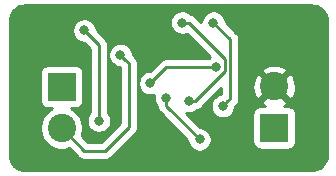
<source format=gbr>
G04 #@! TF.GenerationSoftware,KiCad,Pcbnew,(5.1.4)-1*
G04 #@! TF.CreationDate,2019-12-17T16:38:54-05:00*
G04 #@! TF.ProjectId,BJTPreamp,424a5450-7265-4616-9d70-2e6b69636164,rev?*
G04 #@! TF.SameCoordinates,Original*
G04 #@! TF.FileFunction,Copper,L2,Bot*
G04 #@! TF.FilePolarity,Positive*
%FSLAX46Y46*%
G04 Gerber Fmt 4.6, Leading zero omitted, Abs format (unit mm)*
G04 Created by KiCad (PCBNEW (5.1.4)-1) date 2019-12-17 16:38:54*
%MOMM*%
%LPD*%
G04 APERTURE LIST*
%ADD10R,2.400000X2.400000*%
%ADD11C,2.400000*%
%ADD12C,0.800000*%
%ADD13C,0.250000*%
%ADD14C,0.254000*%
G04 APERTURE END LIST*
D10*
X90865960Y-98541840D03*
D11*
X90865960Y-95041840D03*
X72872600Y-98567120D03*
D10*
X72872600Y-95067120D03*
D12*
X74790300Y-90297000D03*
X76022200Y-97942400D03*
X83083400Y-89636600D03*
X83616800Y-96291400D03*
X81699100Y-95986600D03*
X84556600Y-99529900D03*
X77856080Y-92374720D03*
X85725000Y-89636600D03*
X86512400Y-96710500D03*
X80378300Y-94767400D03*
X85979000Y-93408500D03*
D13*
X74790300Y-90297000D02*
X76022200Y-91528900D01*
X76022200Y-97376715D02*
X76022200Y-97942400D01*
X76022200Y-91528900D02*
X76022200Y-97376715D01*
X86704002Y-92691517D02*
X86704002Y-93769883D01*
X84182485Y-96291400D02*
X83616800Y-96291400D01*
X83083400Y-89636600D02*
X83649085Y-89636600D01*
X83649085Y-89636600D02*
X86704002Y-92691517D01*
X86704002Y-93769883D02*
X84182485Y-96291400D01*
X81699100Y-96672400D02*
X84556600Y-99529900D01*
X81699100Y-95986600D02*
X81699100Y-96672400D01*
X78256079Y-92774719D02*
X77856080Y-92374720D01*
X78565841Y-93084481D02*
X78256079Y-92774719D01*
X78565841Y-98484859D02*
X78565841Y-93084481D01*
X76555600Y-100495100D02*
X78565841Y-98484859D01*
X72872600Y-98567120D02*
X74800580Y-100495100D01*
X74800580Y-100495100D02*
X76555600Y-100495100D01*
X87154013Y-96068887D02*
X86912399Y-96310501D01*
X85725000Y-89636600D02*
X87154013Y-91065613D01*
X87154013Y-91065613D02*
X87154013Y-96068887D01*
X86912399Y-96310501D02*
X86512400Y-96710500D01*
X81737200Y-93408500D02*
X80378300Y-94767400D01*
X85979000Y-93408500D02*
X81737200Y-93408500D01*
D14*
G36*
X94259659Y-88188625D02*
G01*
X94509429Y-88264035D01*
X94739792Y-88386522D01*
X94941980Y-88551422D01*
X95108286Y-88752450D01*
X95232378Y-88981954D01*
X95309531Y-89231195D01*
X95340001Y-89521098D01*
X95340000Y-100767721D01*
X95311375Y-101059660D01*
X95235965Y-101309429D01*
X95113477Y-101539794D01*
X94948579Y-101741979D01*
X94747546Y-101908288D01*
X94518046Y-102032378D01*
X94268805Y-102109531D01*
X93978911Y-102140000D01*
X69832279Y-102140000D01*
X69540340Y-102111375D01*
X69290571Y-102035965D01*
X69060206Y-101913477D01*
X68858021Y-101748579D01*
X68691712Y-101547546D01*
X68567622Y-101318046D01*
X68490469Y-101068805D01*
X68460000Y-100778911D01*
X68460000Y-93867120D01*
X71034528Y-93867120D01*
X71034528Y-96267120D01*
X71046788Y-96391602D01*
X71083098Y-96511300D01*
X71142063Y-96621614D01*
X71221415Y-96718305D01*
X71318106Y-96797657D01*
X71428420Y-96856622D01*
X71548118Y-96892932D01*
X71672600Y-96905192D01*
X72089762Y-96905192D01*
X72003401Y-96940964D01*
X71702856Y-97141782D01*
X71447262Y-97397376D01*
X71246444Y-97697921D01*
X71108118Y-98031870D01*
X71037600Y-98386388D01*
X71037600Y-98747852D01*
X71108118Y-99102370D01*
X71246444Y-99436319D01*
X71447262Y-99736864D01*
X71702856Y-99992458D01*
X72003401Y-100193276D01*
X72337350Y-100331602D01*
X72691868Y-100402120D01*
X73053332Y-100402120D01*
X73407850Y-100331602D01*
X73517048Y-100286371D01*
X74236785Y-101006108D01*
X74260579Y-101035101D01*
X74289572Y-101058895D01*
X74289576Y-101058899D01*
X74305338Y-101071834D01*
X74376304Y-101130074D01*
X74508333Y-101200646D01*
X74651594Y-101244103D01*
X74763247Y-101255100D01*
X74763256Y-101255100D01*
X74800579Y-101258776D01*
X74837902Y-101255100D01*
X76518278Y-101255100D01*
X76555600Y-101258776D01*
X76592922Y-101255100D01*
X76592933Y-101255100D01*
X76704586Y-101244103D01*
X76847847Y-101200646D01*
X76979876Y-101130074D01*
X77095601Y-101035101D01*
X77119404Y-101006097D01*
X79076845Y-99048657D01*
X79105842Y-99024860D01*
X79133305Y-98991396D01*
X79200815Y-98909136D01*
X79271387Y-98777106D01*
X79280261Y-98747852D01*
X79314844Y-98633845D01*
X79325841Y-98522192D01*
X79325841Y-98522183D01*
X79329517Y-98484860D01*
X79325841Y-98447537D01*
X79325841Y-94665461D01*
X79343300Y-94665461D01*
X79343300Y-94869339D01*
X79383074Y-95069298D01*
X79461095Y-95257656D01*
X79574363Y-95427174D01*
X79718526Y-95571337D01*
X79888044Y-95684605D01*
X80076402Y-95762626D01*
X80276361Y-95802400D01*
X80480239Y-95802400D01*
X80680198Y-95762626D01*
X80689108Y-95758935D01*
X80664100Y-95884661D01*
X80664100Y-96088539D01*
X80703874Y-96288498D01*
X80781895Y-96476856D01*
X80895163Y-96646374D01*
X80936979Y-96688190D01*
X80939100Y-96709722D01*
X80939100Y-96709733D01*
X80950097Y-96821386D01*
X80976189Y-96907400D01*
X80993554Y-96964646D01*
X81064126Y-97096676D01*
X81135301Y-97183402D01*
X81159100Y-97212401D01*
X81188098Y-97236199D01*
X83521600Y-99569702D01*
X83521600Y-99631839D01*
X83561374Y-99831798D01*
X83639395Y-100020156D01*
X83752663Y-100189674D01*
X83896826Y-100333837D01*
X84066344Y-100447105D01*
X84254702Y-100525126D01*
X84454661Y-100564900D01*
X84658539Y-100564900D01*
X84858498Y-100525126D01*
X85046856Y-100447105D01*
X85216374Y-100333837D01*
X85360537Y-100189674D01*
X85473805Y-100020156D01*
X85551826Y-99831798D01*
X85591600Y-99631839D01*
X85591600Y-99427961D01*
X85551826Y-99228002D01*
X85473805Y-99039644D01*
X85360537Y-98870126D01*
X85216374Y-98725963D01*
X85046856Y-98612695D01*
X84858498Y-98534674D01*
X84658539Y-98494900D01*
X84596402Y-98494900D01*
X83406309Y-97304808D01*
X83514861Y-97326400D01*
X83718739Y-97326400D01*
X83918698Y-97286626D01*
X84107056Y-97208605D01*
X84276574Y-97095337D01*
X84331524Y-97040387D01*
X84474732Y-96996946D01*
X84606761Y-96926374D01*
X84722486Y-96831401D01*
X84746289Y-96802397D01*
X86394014Y-95154673D01*
X86394014Y-95678772D01*
X86210502Y-95715274D01*
X86022144Y-95793295D01*
X85852626Y-95906563D01*
X85708463Y-96050726D01*
X85595195Y-96220244D01*
X85517174Y-96408602D01*
X85477400Y-96608561D01*
X85477400Y-96812439D01*
X85517174Y-97012398D01*
X85595195Y-97200756D01*
X85708463Y-97370274D01*
X85852626Y-97514437D01*
X86022144Y-97627705D01*
X86210502Y-97705726D01*
X86410461Y-97745500D01*
X86614339Y-97745500D01*
X86814298Y-97705726D01*
X87002656Y-97627705D01*
X87172174Y-97514437D01*
X87316337Y-97370274D01*
X87335335Y-97341840D01*
X89027888Y-97341840D01*
X89027888Y-99741840D01*
X89040148Y-99866322D01*
X89076458Y-99986020D01*
X89135423Y-100096334D01*
X89214775Y-100193025D01*
X89311466Y-100272377D01*
X89421780Y-100331342D01*
X89541478Y-100367652D01*
X89665960Y-100379912D01*
X92065960Y-100379912D01*
X92190442Y-100367652D01*
X92310140Y-100331342D01*
X92420454Y-100272377D01*
X92517145Y-100193025D01*
X92596497Y-100096334D01*
X92655462Y-99986020D01*
X92691772Y-99866322D01*
X92704032Y-99741840D01*
X92704032Y-97341840D01*
X92691772Y-97217358D01*
X92655462Y-97097660D01*
X92596497Y-96987346D01*
X92517145Y-96890655D01*
X92420454Y-96811303D01*
X92310140Y-96752338D01*
X92190442Y-96716028D01*
X92065960Y-96703768D01*
X91659057Y-96703768D01*
X91844446Y-96604676D01*
X91964334Y-96319820D01*
X90865960Y-95221445D01*
X89767586Y-96319820D01*
X89887474Y-96604676D01*
X90086872Y-96703768D01*
X89665960Y-96703768D01*
X89541478Y-96716028D01*
X89421780Y-96752338D01*
X89311466Y-96811303D01*
X89214775Y-96890655D01*
X89135423Y-96987346D01*
X89076458Y-97097660D01*
X89040148Y-97217358D01*
X89027888Y-97341840D01*
X87335335Y-97341840D01*
X87429605Y-97200756D01*
X87507626Y-97012398D01*
X87547400Y-96812439D01*
X87547400Y-96750301D01*
X87665010Y-96632691D01*
X87694014Y-96608888D01*
X87788987Y-96493163D01*
X87859559Y-96361134D01*
X87903016Y-96217873D01*
X87914013Y-96106220D01*
X87914013Y-96106212D01*
X87917689Y-96068887D01*
X87914013Y-96031562D01*
X87914013Y-95096524D01*
X89022893Y-95096524D01*
X89068975Y-95455038D01*
X89184114Y-95797673D01*
X89303124Y-96020326D01*
X89587980Y-96140214D01*
X90686355Y-95041840D01*
X91045565Y-95041840D01*
X92143940Y-96140214D01*
X92428796Y-96020326D01*
X92589659Y-95696630D01*
X92684282Y-95347771D01*
X92709027Y-94987156D01*
X92662945Y-94628642D01*
X92547806Y-94286007D01*
X92428796Y-94063354D01*
X92143940Y-93943466D01*
X91045565Y-95041840D01*
X90686355Y-95041840D01*
X89587980Y-93943466D01*
X89303124Y-94063354D01*
X89142261Y-94387050D01*
X89047638Y-94735909D01*
X89022893Y-95096524D01*
X87914013Y-95096524D01*
X87914013Y-93763860D01*
X89767586Y-93763860D01*
X90865960Y-94862235D01*
X91964334Y-93763860D01*
X91844446Y-93479004D01*
X91520750Y-93318141D01*
X91171891Y-93223518D01*
X90811276Y-93198773D01*
X90452762Y-93244855D01*
X90110127Y-93359994D01*
X89887474Y-93479004D01*
X89767586Y-93763860D01*
X87914013Y-93763860D01*
X87914013Y-91102946D01*
X87917690Y-91065613D01*
X87903016Y-90916627D01*
X87859559Y-90773366D01*
X87788987Y-90641337D01*
X87717812Y-90554610D01*
X87694014Y-90525612D01*
X87665017Y-90501815D01*
X86760000Y-89596799D01*
X86760000Y-89534661D01*
X86720226Y-89334702D01*
X86642205Y-89146344D01*
X86528937Y-88976826D01*
X86384774Y-88832663D01*
X86215256Y-88719395D01*
X86026898Y-88641374D01*
X85826939Y-88601600D01*
X85623061Y-88601600D01*
X85423102Y-88641374D01*
X85234744Y-88719395D01*
X85065226Y-88832663D01*
X84921063Y-88976826D01*
X84807795Y-89146344D01*
X84729774Y-89334702D01*
X84690000Y-89534661D01*
X84690000Y-89602714D01*
X84212889Y-89125603D01*
X84189086Y-89096599D01*
X84073361Y-89001626D01*
X83941332Y-88931054D01*
X83798124Y-88887613D01*
X83743174Y-88832663D01*
X83573656Y-88719395D01*
X83385298Y-88641374D01*
X83185339Y-88601600D01*
X82981461Y-88601600D01*
X82781502Y-88641374D01*
X82593144Y-88719395D01*
X82423626Y-88832663D01*
X82279463Y-88976826D01*
X82166195Y-89146344D01*
X82088174Y-89334702D01*
X82048400Y-89534661D01*
X82048400Y-89738539D01*
X82088174Y-89938498D01*
X82166195Y-90126856D01*
X82279463Y-90296374D01*
X82423626Y-90440537D01*
X82593144Y-90553805D01*
X82781502Y-90631826D01*
X82981461Y-90671600D01*
X83185339Y-90671600D01*
X83385298Y-90631826D01*
X83515555Y-90577871D01*
X85452917Y-92515234D01*
X85319226Y-92604563D01*
X85275289Y-92648500D01*
X81774523Y-92648500D01*
X81737200Y-92644824D01*
X81699877Y-92648500D01*
X81699867Y-92648500D01*
X81588214Y-92659497D01*
X81444953Y-92702954D01*
X81312924Y-92773526D01*
X81197199Y-92868499D01*
X81173401Y-92897497D01*
X80338499Y-93732400D01*
X80276361Y-93732400D01*
X80076402Y-93772174D01*
X79888044Y-93850195D01*
X79718526Y-93963463D01*
X79574363Y-94107626D01*
X79461095Y-94277144D01*
X79383074Y-94465502D01*
X79343300Y-94665461D01*
X79325841Y-94665461D01*
X79325841Y-93121814D01*
X79329518Y-93084481D01*
X79314844Y-92935495D01*
X79271387Y-92792234D01*
X79209588Y-92676618D01*
X79200815Y-92660205D01*
X79105842Y-92544480D01*
X79076838Y-92520677D01*
X78891080Y-92334919D01*
X78891080Y-92272781D01*
X78851306Y-92072822D01*
X78773285Y-91884464D01*
X78660017Y-91714946D01*
X78515854Y-91570783D01*
X78346336Y-91457515D01*
X78157978Y-91379494D01*
X77958019Y-91339720D01*
X77754141Y-91339720D01*
X77554182Y-91379494D01*
X77365824Y-91457515D01*
X77196306Y-91570783D01*
X77052143Y-91714946D01*
X76938875Y-91884464D01*
X76860854Y-92072822D01*
X76821080Y-92272781D01*
X76821080Y-92476659D01*
X76860854Y-92676618D01*
X76938875Y-92864976D01*
X77052143Y-93034494D01*
X77196306Y-93178657D01*
X77365824Y-93291925D01*
X77554182Y-93369946D01*
X77754141Y-93409720D01*
X77805842Y-93409720D01*
X77805841Y-98170057D01*
X76240799Y-99735100D01*
X75115383Y-99735100D01*
X74591851Y-99211568D01*
X74637082Y-99102370D01*
X74707600Y-98747852D01*
X74707600Y-98386388D01*
X74637082Y-98031870D01*
X74498756Y-97697921D01*
X74297938Y-97397376D01*
X74042344Y-97141782D01*
X73741799Y-96940964D01*
X73655438Y-96905192D01*
X74072600Y-96905192D01*
X74197082Y-96892932D01*
X74316780Y-96856622D01*
X74427094Y-96797657D01*
X74523785Y-96718305D01*
X74603137Y-96621614D01*
X74662102Y-96511300D01*
X74698412Y-96391602D01*
X74710672Y-96267120D01*
X74710672Y-93867120D01*
X74698412Y-93742638D01*
X74662102Y-93622940D01*
X74603137Y-93512626D01*
X74523785Y-93415935D01*
X74427094Y-93336583D01*
X74316780Y-93277618D01*
X74197082Y-93241308D01*
X74072600Y-93229048D01*
X71672600Y-93229048D01*
X71548118Y-93241308D01*
X71428420Y-93277618D01*
X71318106Y-93336583D01*
X71221415Y-93415935D01*
X71142063Y-93512626D01*
X71083098Y-93622940D01*
X71046788Y-93742638D01*
X71034528Y-93867120D01*
X68460000Y-93867120D01*
X68460000Y-90195061D01*
X73755300Y-90195061D01*
X73755300Y-90398939D01*
X73795074Y-90598898D01*
X73873095Y-90787256D01*
X73986363Y-90956774D01*
X74130526Y-91100937D01*
X74300044Y-91214205D01*
X74488402Y-91292226D01*
X74688361Y-91332000D01*
X74750499Y-91332000D01*
X75262200Y-91843702D01*
X75262201Y-97238688D01*
X75218263Y-97282626D01*
X75104995Y-97452144D01*
X75026974Y-97640502D01*
X74987200Y-97840461D01*
X74987200Y-98044339D01*
X75026974Y-98244298D01*
X75104995Y-98432656D01*
X75218263Y-98602174D01*
X75362426Y-98746337D01*
X75531944Y-98859605D01*
X75720302Y-98937626D01*
X75920261Y-98977400D01*
X76124139Y-98977400D01*
X76324098Y-98937626D01*
X76512456Y-98859605D01*
X76681974Y-98746337D01*
X76826137Y-98602174D01*
X76939405Y-98432656D01*
X77017426Y-98244298D01*
X77057200Y-98044339D01*
X77057200Y-97840461D01*
X77017426Y-97640502D01*
X76939405Y-97452144D01*
X76826137Y-97282626D01*
X76782200Y-97238689D01*
X76782200Y-91566225D01*
X76785876Y-91528900D01*
X76782200Y-91491575D01*
X76782200Y-91491567D01*
X76771203Y-91379914D01*
X76727746Y-91236653D01*
X76657174Y-91104624D01*
X76562201Y-90988899D01*
X76533204Y-90965102D01*
X75825300Y-90257199D01*
X75825300Y-90195061D01*
X75785526Y-89995102D01*
X75707505Y-89806744D01*
X75594237Y-89637226D01*
X75450074Y-89493063D01*
X75280556Y-89379795D01*
X75092198Y-89301774D01*
X74892239Y-89262000D01*
X74688361Y-89262000D01*
X74488402Y-89301774D01*
X74300044Y-89379795D01*
X74130526Y-89493063D01*
X73986363Y-89637226D01*
X73873095Y-89806744D01*
X73795074Y-89995102D01*
X73755300Y-90195061D01*
X68460000Y-90195061D01*
X68460000Y-89532279D01*
X68488625Y-89240341D01*
X68564035Y-88990571D01*
X68686522Y-88760208D01*
X68851422Y-88558020D01*
X69052450Y-88391714D01*
X69281954Y-88267622D01*
X69531195Y-88190469D01*
X69821088Y-88160000D01*
X93967721Y-88160000D01*
X94259659Y-88188625D01*
X94259659Y-88188625D01*
G37*
X94259659Y-88188625D02*
X94509429Y-88264035D01*
X94739792Y-88386522D01*
X94941980Y-88551422D01*
X95108286Y-88752450D01*
X95232378Y-88981954D01*
X95309531Y-89231195D01*
X95340001Y-89521098D01*
X95340000Y-100767721D01*
X95311375Y-101059660D01*
X95235965Y-101309429D01*
X95113477Y-101539794D01*
X94948579Y-101741979D01*
X94747546Y-101908288D01*
X94518046Y-102032378D01*
X94268805Y-102109531D01*
X93978911Y-102140000D01*
X69832279Y-102140000D01*
X69540340Y-102111375D01*
X69290571Y-102035965D01*
X69060206Y-101913477D01*
X68858021Y-101748579D01*
X68691712Y-101547546D01*
X68567622Y-101318046D01*
X68490469Y-101068805D01*
X68460000Y-100778911D01*
X68460000Y-93867120D01*
X71034528Y-93867120D01*
X71034528Y-96267120D01*
X71046788Y-96391602D01*
X71083098Y-96511300D01*
X71142063Y-96621614D01*
X71221415Y-96718305D01*
X71318106Y-96797657D01*
X71428420Y-96856622D01*
X71548118Y-96892932D01*
X71672600Y-96905192D01*
X72089762Y-96905192D01*
X72003401Y-96940964D01*
X71702856Y-97141782D01*
X71447262Y-97397376D01*
X71246444Y-97697921D01*
X71108118Y-98031870D01*
X71037600Y-98386388D01*
X71037600Y-98747852D01*
X71108118Y-99102370D01*
X71246444Y-99436319D01*
X71447262Y-99736864D01*
X71702856Y-99992458D01*
X72003401Y-100193276D01*
X72337350Y-100331602D01*
X72691868Y-100402120D01*
X73053332Y-100402120D01*
X73407850Y-100331602D01*
X73517048Y-100286371D01*
X74236785Y-101006108D01*
X74260579Y-101035101D01*
X74289572Y-101058895D01*
X74289576Y-101058899D01*
X74305338Y-101071834D01*
X74376304Y-101130074D01*
X74508333Y-101200646D01*
X74651594Y-101244103D01*
X74763247Y-101255100D01*
X74763256Y-101255100D01*
X74800579Y-101258776D01*
X74837902Y-101255100D01*
X76518278Y-101255100D01*
X76555600Y-101258776D01*
X76592922Y-101255100D01*
X76592933Y-101255100D01*
X76704586Y-101244103D01*
X76847847Y-101200646D01*
X76979876Y-101130074D01*
X77095601Y-101035101D01*
X77119404Y-101006097D01*
X79076845Y-99048657D01*
X79105842Y-99024860D01*
X79133305Y-98991396D01*
X79200815Y-98909136D01*
X79271387Y-98777106D01*
X79280261Y-98747852D01*
X79314844Y-98633845D01*
X79325841Y-98522192D01*
X79325841Y-98522183D01*
X79329517Y-98484860D01*
X79325841Y-98447537D01*
X79325841Y-94665461D01*
X79343300Y-94665461D01*
X79343300Y-94869339D01*
X79383074Y-95069298D01*
X79461095Y-95257656D01*
X79574363Y-95427174D01*
X79718526Y-95571337D01*
X79888044Y-95684605D01*
X80076402Y-95762626D01*
X80276361Y-95802400D01*
X80480239Y-95802400D01*
X80680198Y-95762626D01*
X80689108Y-95758935D01*
X80664100Y-95884661D01*
X80664100Y-96088539D01*
X80703874Y-96288498D01*
X80781895Y-96476856D01*
X80895163Y-96646374D01*
X80936979Y-96688190D01*
X80939100Y-96709722D01*
X80939100Y-96709733D01*
X80950097Y-96821386D01*
X80976189Y-96907400D01*
X80993554Y-96964646D01*
X81064126Y-97096676D01*
X81135301Y-97183402D01*
X81159100Y-97212401D01*
X81188098Y-97236199D01*
X83521600Y-99569702D01*
X83521600Y-99631839D01*
X83561374Y-99831798D01*
X83639395Y-100020156D01*
X83752663Y-100189674D01*
X83896826Y-100333837D01*
X84066344Y-100447105D01*
X84254702Y-100525126D01*
X84454661Y-100564900D01*
X84658539Y-100564900D01*
X84858498Y-100525126D01*
X85046856Y-100447105D01*
X85216374Y-100333837D01*
X85360537Y-100189674D01*
X85473805Y-100020156D01*
X85551826Y-99831798D01*
X85591600Y-99631839D01*
X85591600Y-99427961D01*
X85551826Y-99228002D01*
X85473805Y-99039644D01*
X85360537Y-98870126D01*
X85216374Y-98725963D01*
X85046856Y-98612695D01*
X84858498Y-98534674D01*
X84658539Y-98494900D01*
X84596402Y-98494900D01*
X83406309Y-97304808D01*
X83514861Y-97326400D01*
X83718739Y-97326400D01*
X83918698Y-97286626D01*
X84107056Y-97208605D01*
X84276574Y-97095337D01*
X84331524Y-97040387D01*
X84474732Y-96996946D01*
X84606761Y-96926374D01*
X84722486Y-96831401D01*
X84746289Y-96802397D01*
X86394014Y-95154673D01*
X86394014Y-95678772D01*
X86210502Y-95715274D01*
X86022144Y-95793295D01*
X85852626Y-95906563D01*
X85708463Y-96050726D01*
X85595195Y-96220244D01*
X85517174Y-96408602D01*
X85477400Y-96608561D01*
X85477400Y-96812439D01*
X85517174Y-97012398D01*
X85595195Y-97200756D01*
X85708463Y-97370274D01*
X85852626Y-97514437D01*
X86022144Y-97627705D01*
X86210502Y-97705726D01*
X86410461Y-97745500D01*
X86614339Y-97745500D01*
X86814298Y-97705726D01*
X87002656Y-97627705D01*
X87172174Y-97514437D01*
X87316337Y-97370274D01*
X87335335Y-97341840D01*
X89027888Y-97341840D01*
X89027888Y-99741840D01*
X89040148Y-99866322D01*
X89076458Y-99986020D01*
X89135423Y-100096334D01*
X89214775Y-100193025D01*
X89311466Y-100272377D01*
X89421780Y-100331342D01*
X89541478Y-100367652D01*
X89665960Y-100379912D01*
X92065960Y-100379912D01*
X92190442Y-100367652D01*
X92310140Y-100331342D01*
X92420454Y-100272377D01*
X92517145Y-100193025D01*
X92596497Y-100096334D01*
X92655462Y-99986020D01*
X92691772Y-99866322D01*
X92704032Y-99741840D01*
X92704032Y-97341840D01*
X92691772Y-97217358D01*
X92655462Y-97097660D01*
X92596497Y-96987346D01*
X92517145Y-96890655D01*
X92420454Y-96811303D01*
X92310140Y-96752338D01*
X92190442Y-96716028D01*
X92065960Y-96703768D01*
X91659057Y-96703768D01*
X91844446Y-96604676D01*
X91964334Y-96319820D01*
X90865960Y-95221445D01*
X89767586Y-96319820D01*
X89887474Y-96604676D01*
X90086872Y-96703768D01*
X89665960Y-96703768D01*
X89541478Y-96716028D01*
X89421780Y-96752338D01*
X89311466Y-96811303D01*
X89214775Y-96890655D01*
X89135423Y-96987346D01*
X89076458Y-97097660D01*
X89040148Y-97217358D01*
X89027888Y-97341840D01*
X87335335Y-97341840D01*
X87429605Y-97200756D01*
X87507626Y-97012398D01*
X87547400Y-96812439D01*
X87547400Y-96750301D01*
X87665010Y-96632691D01*
X87694014Y-96608888D01*
X87788987Y-96493163D01*
X87859559Y-96361134D01*
X87903016Y-96217873D01*
X87914013Y-96106220D01*
X87914013Y-96106212D01*
X87917689Y-96068887D01*
X87914013Y-96031562D01*
X87914013Y-95096524D01*
X89022893Y-95096524D01*
X89068975Y-95455038D01*
X89184114Y-95797673D01*
X89303124Y-96020326D01*
X89587980Y-96140214D01*
X90686355Y-95041840D01*
X91045565Y-95041840D01*
X92143940Y-96140214D01*
X92428796Y-96020326D01*
X92589659Y-95696630D01*
X92684282Y-95347771D01*
X92709027Y-94987156D01*
X92662945Y-94628642D01*
X92547806Y-94286007D01*
X92428796Y-94063354D01*
X92143940Y-93943466D01*
X91045565Y-95041840D01*
X90686355Y-95041840D01*
X89587980Y-93943466D01*
X89303124Y-94063354D01*
X89142261Y-94387050D01*
X89047638Y-94735909D01*
X89022893Y-95096524D01*
X87914013Y-95096524D01*
X87914013Y-93763860D01*
X89767586Y-93763860D01*
X90865960Y-94862235D01*
X91964334Y-93763860D01*
X91844446Y-93479004D01*
X91520750Y-93318141D01*
X91171891Y-93223518D01*
X90811276Y-93198773D01*
X90452762Y-93244855D01*
X90110127Y-93359994D01*
X89887474Y-93479004D01*
X89767586Y-93763860D01*
X87914013Y-93763860D01*
X87914013Y-91102946D01*
X87917690Y-91065613D01*
X87903016Y-90916627D01*
X87859559Y-90773366D01*
X87788987Y-90641337D01*
X87717812Y-90554610D01*
X87694014Y-90525612D01*
X87665017Y-90501815D01*
X86760000Y-89596799D01*
X86760000Y-89534661D01*
X86720226Y-89334702D01*
X86642205Y-89146344D01*
X86528937Y-88976826D01*
X86384774Y-88832663D01*
X86215256Y-88719395D01*
X86026898Y-88641374D01*
X85826939Y-88601600D01*
X85623061Y-88601600D01*
X85423102Y-88641374D01*
X85234744Y-88719395D01*
X85065226Y-88832663D01*
X84921063Y-88976826D01*
X84807795Y-89146344D01*
X84729774Y-89334702D01*
X84690000Y-89534661D01*
X84690000Y-89602714D01*
X84212889Y-89125603D01*
X84189086Y-89096599D01*
X84073361Y-89001626D01*
X83941332Y-88931054D01*
X83798124Y-88887613D01*
X83743174Y-88832663D01*
X83573656Y-88719395D01*
X83385298Y-88641374D01*
X83185339Y-88601600D01*
X82981461Y-88601600D01*
X82781502Y-88641374D01*
X82593144Y-88719395D01*
X82423626Y-88832663D01*
X82279463Y-88976826D01*
X82166195Y-89146344D01*
X82088174Y-89334702D01*
X82048400Y-89534661D01*
X82048400Y-89738539D01*
X82088174Y-89938498D01*
X82166195Y-90126856D01*
X82279463Y-90296374D01*
X82423626Y-90440537D01*
X82593144Y-90553805D01*
X82781502Y-90631826D01*
X82981461Y-90671600D01*
X83185339Y-90671600D01*
X83385298Y-90631826D01*
X83515555Y-90577871D01*
X85452917Y-92515234D01*
X85319226Y-92604563D01*
X85275289Y-92648500D01*
X81774523Y-92648500D01*
X81737200Y-92644824D01*
X81699877Y-92648500D01*
X81699867Y-92648500D01*
X81588214Y-92659497D01*
X81444953Y-92702954D01*
X81312924Y-92773526D01*
X81197199Y-92868499D01*
X81173401Y-92897497D01*
X80338499Y-93732400D01*
X80276361Y-93732400D01*
X80076402Y-93772174D01*
X79888044Y-93850195D01*
X79718526Y-93963463D01*
X79574363Y-94107626D01*
X79461095Y-94277144D01*
X79383074Y-94465502D01*
X79343300Y-94665461D01*
X79325841Y-94665461D01*
X79325841Y-93121814D01*
X79329518Y-93084481D01*
X79314844Y-92935495D01*
X79271387Y-92792234D01*
X79209588Y-92676618D01*
X79200815Y-92660205D01*
X79105842Y-92544480D01*
X79076838Y-92520677D01*
X78891080Y-92334919D01*
X78891080Y-92272781D01*
X78851306Y-92072822D01*
X78773285Y-91884464D01*
X78660017Y-91714946D01*
X78515854Y-91570783D01*
X78346336Y-91457515D01*
X78157978Y-91379494D01*
X77958019Y-91339720D01*
X77754141Y-91339720D01*
X77554182Y-91379494D01*
X77365824Y-91457515D01*
X77196306Y-91570783D01*
X77052143Y-91714946D01*
X76938875Y-91884464D01*
X76860854Y-92072822D01*
X76821080Y-92272781D01*
X76821080Y-92476659D01*
X76860854Y-92676618D01*
X76938875Y-92864976D01*
X77052143Y-93034494D01*
X77196306Y-93178657D01*
X77365824Y-93291925D01*
X77554182Y-93369946D01*
X77754141Y-93409720D01*
X77805842Y-93409720D01*
X77805841Y-98170057D01*
X76240799Y-99735100D01*
X75115383Y-99735100D01*
X74591851Y-99211568D01*
X74637082Y-99102370D01*
X74707600Y-98747852D01*
X74707600Y-98386388D01*
X74637082Y-98031870D01*
X74498756Y-97697921D01*
X74297938Y-97397376D01*
X74042344Y-97141782D01*
X73741799Y-96940964D01*
X73655438Y-96905192D01*
X74072600Y-96905192D01*
X74197082Y-96892932D01*
X74316780Y-96856622D01*
X74427094Y-96797657D01*
X74523785Y-96718305D01*
X74603137Y-96621614D01*
X74662102Y-96511300D01*
X74698412Y-96391602D01*
X74710672Y-96267120D01*
X74710672Y-93867120D01*
X74698412Y-93742638D01*
X74662102Y-93622940D01*
X74603137Y-93512626D01*
X74523785Y-93415935D01*
X74427094Y-93336583D01*
X74316780Y-93277618D01*
X74197082Y-93241308D01*
X74072600Y-93229048D01*
X71672600Y-93229048D01*
X71548118Y-93241308D01*
X71428420Y-93277618D01*
X71318106Y-93336583D01*
X71221415Y-93415935D01*
X71142063Y-93512626D01*
X71083098Y-93622940D01*
X71046788Y-93742638D01*
X71034528Y-93867120D01*
X68460000Y-93867120D01*
X68460000Y-90195061D01*
X73755300Y-90195061D01*
X73755300Y-90398939D01*
X73795074Y-90598898D01*
X73873095Y-90787256D01*
X73986363Y-90956774D01*
X74130526Y-91100937D01*
X74300044Y-91214205D01*
X74488402Y-91292226D01*
X74688361Y-91332000D01*
X74750499Y-91332000D01*
X75262200Y-91843702D01*
X75262201Y-97238688D01*
X75218263Y-97282626D01*
X75104995Y-97452144D01*
X75026974Y-97640502D01*
X74987200Y-97840461D01*
X74987200Y-98044339D01*
X75026974Y-98244298D01*
X75104995Y-98432656D01*
X75218263Y-98602174D01*
X75362426Y-98746337D01*
X75531944Y-98859605D01*
X75720302Y-98937626D01*
X75920261Y-98977400D01*
X76124139Y-98977400D01*
X76324098Y-98937626D01*
X76512456Y-98859605D01*
X76681974Y-98746337D01*
X76826137Y-98602174D01*
X76939405Y-98432656D01*
X77017426Y-98244298D01*
X77057200Y-98044339D01*
X77057200Y-97840461D01*
X77017426Y-97640502D01*
X76939405Y-97452144D01*
X76826137Y-97282626D01*
X76782200Y-97238689D01*
X76782200Y-91566225D01*
X76785876Y-91528900D01*
X76782200Y-91491575D01*
X76782200Y-91491567D01*
X76771203Y-91379914D01*
X76727746Y-91236653D01*
X76657174Y-91104624D01*
X76562201Y-90988899D01*
X76533204Y-90965102D01*
X75825300Y-90257199D01*
X75825300Y-90195061D01*
X75785526Y-89995102D01*
X75707505Y-89806744D01*
X75594237Y-89637226D01*
X75450074Y-89493063D01*
X75280556Y-89379795D01*
X75092198Y-89301774D01*
X74892239Y-89262000D01*
X74688361Y-89262000D01*
X74488402Y-89301774D01*
X74300044Y-89379795D01*
X74130526Y-89493063D01*
X73986363Y-89637226D01*
X73873095Y-89806744D01*
X73795074Y-89995102D01*
X73755300Y-90195061D01*
X68460000Y-90195061D01*
X68460000Y-89532279D01*
X68488625Y-89240341D01*
X68564035Y-88990571D01*
X68686522Y-88760208D01*
X68851422Y-88558020D01*
X69052450Y-88391714D01*
X69281954Y-88267622D01*
X69531195Y-88190469D01*
X69821088Y-88160000D01*
X93967721Y-88160000D01*
X94259659Y-88188625D01*
M02*

</source>
